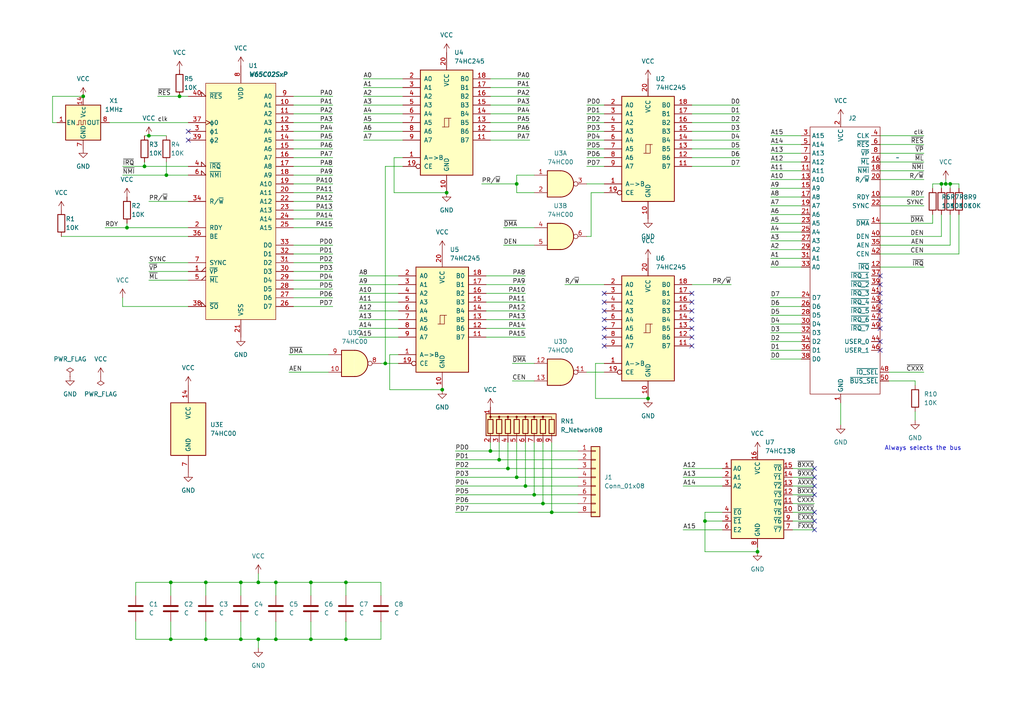
<source format=kicad_sch>
(kicad_sch (version 20230121) (generator eeschema)
  (paper "A4")
  (lib_symbols
    (symbol "65xx:W65C02SxP" (pin_names (offset 1.016))
      (property "Reference" "U" (at -10.16 35.56 0))
      (property "Value" "W65C02SxP" (at 0 0 90))
      (symbol "W65C02SxP_1_1"
        (pin output output_low (at -15.24 -20.32 0) (length 5.08) (name "~{VP}") (number "1"))
        (pin tri_state line (at 15.24 27.94 180) (length 5.08) (name "A1") (number "10"))
        (pin tri_state line (at 15.24 25.4 180) (length 5.08) (name "A2") (number "11"))
        (pin tri_state line (at 15.24 22.86 180) (length 5.08) (name "A3") (number "12"))
        (pin tri_state line (at 15.24 20.32 180) (length 5.08) (name "A4") (number "13"))
        (pin tri_state line (at 15.24 17.78 180) (length 5.08) (name "A5") (number "14"))
        (pin tri_state line (at 15.24 15.24 180) (length 5.08) (name "A6") (number "15"))
        (pin tri_state line (at 15.24 12.7 180) (length 5.08) (name "A7") (number "16"))
        (pin tri_state line (at 15.24 10.16 180) (length 5.08) (name "A8") (number "17"))
        (pin tri_state line (at 15.24 7.62 180) (length 5.08) (name "A9") (number "18"))
        (pin tri_state line (at 15.24 5.08 180) (length 5.08) (name "A10") (number "19"))
        (pin open_collector line (at -15.24 -7.62 0) (length 5.08) (name "RDY") (number "2"))
        (pin tri_state line (at 15.24 2.54 180) (length 5.08) (name "A11") (number "20"))
        (pin power_in line (at 0 -39.37 90) (length 5.08) (name "VSS") (number "21"))
        (pin tri_state line (at 15.24 0 180) (length 5.08) (name "A12") (number "22"))
        (pin tri_state line (at 15.24 -2.54 180) (length 5.08) (name "A13") (number "23"))
        (pin tri_state line (at 15.24 -5.08 180) (length 5.08) (name "A14") (number "24"))
        (pin tri_state line (at 15.24 -7.62 180) (length 5.08) (name "A15") (number "25"))
        (pin bidirectional line (at 15.24 -30.48 180) (length 5.08) (name "D7") (number "26"))
        (pin bidirectional line (at 15.24 -27.94 180) (length 5.08) (name "D6") (number "27"))
        (pin bidirectional line (at 15.24 -25.4 180) (length 5.08) (name "D5") (number "28"))
        (pin bidirectional line (at 15.24 -22.86 180) (length 5.08) (name "D4") (number "29"))
        (pin output line (at -15.24 20.32 0) (length 5.08) (name "ϕ1") (number "3"))
        (pin bidirectional line (at 15.24 -20.32 180) (length 5.08) (name "D3") (number "30"))
        (pin bidirectional line (at 15.24 -17.78 180) (length 5.08) (name "D2") (number "31"))
        (pin bidirectional line (at 15.24 -15.24 180) (length 5.08) (name "D1") (number "32"))
        (pin bidirectional line (at 15.24 -12.7 180) (length 5.08) (name "D0") (number "33"))
        (pin tri_state line (at -15.24 0 0) (length 5.08) (name "R/~{W}") (number "34"))
        (pin no_connect non_logic (at -10.16 -27.94 0) (length 2.54) hide (name "nc") (number "35"))
        (pin input line (at -15.24 -10.16 0) (length 5.08) (name "BE") (number "36"))
        (pin input clock (at -15.24 22.86 0) (length 5.08) (name "ϕ0") (number "37"))
        (pin input input_low (at -15.24 -30.48 0) (length 5.08) (name "~{SO}") (number "38"))
        (pin output line (at -15.24 17.78 0) (length 5.08) (name "ϕ2") (number "39"))
        (pin input input_low (at -15.24 10.16 0) (length 5.08) (name "~{IRQ}") (number "4"))
        (pin input input_low (at -15.24 30.48 0) (length 5.08) (name "~{RES}") (number "40"))
        (pin output output_low (at -15.24 -22.86 0) (length 5.08) (name "~{ML}") (number "5"))
        (pin input input_low (at -15.24 7.62 0) (length 5.08) (name "~{NMI}") (number "6"))
        (pin output line (at -15.24 -17.78 0) (length 5.08) (name "SYNC") (number "7"))
        (pin power_in line (at 0 39.37 270) (length 5.08) (name "VDD") (number "8"))
        (pin tri_state line (at 15.24 30.48 180) (length 5.08) (name "A0") (number "9"))
      )
    )
    (symbol "74xx:74HC00" (pin_names (offset 1.016))
      (property "Reference" "U" (at 0 1.27 0))
      (property "Value" "74HC00" (at 0 -1.27 0))
      (symbol "74HC00_1_1"
        (pin input line (at -7.62 2.54 0) (length 3.81) (name "~") (number "1"))
        (pin input line (at -7.62 -2.54 0) (length 3.81) (name "~") (number "2"))
        (pin output inverted (at 7.62 0 180) (length 3.81) (name "~") (number "3"))
      )
      (symbol "74HC00_1_2"
        (pin input inverted (at -7.62 2.54 0) (length 4.318) (name "~") (number "1"))
        (pin input inverted (at -7.62 -2.54 0) (length 4.318) (name "~") (number "2"))
        (pin output line (at 7.62 0 180) (length 3.81) (name "~") (number "3"))
      )
      (symbol "74HC00_2_1"
        (pin input line (at -7.62 2.54 0) (length 3.81) (name "~") (number "4"))
        (pin input line (at -7.62 -2.54 0) (length 3.81) (name "~") (number "5"))
        (pin output inverted (at 7.62 0 180) (length 3.81) (name "~") (number "6"))
      )
      (symbol "74HC00_2_2"
        (pin input inverted (at -7.62 2.54 0) (length 4.318) (name "~") (number "4"))
        (pin input inverted (at -7.62 -2.54 0) (length 4.318) (name "~") (number "5"))
        (pin output line (at 7.62 0 180) (length 3.81) (name "~") (number "6"))
      )
      (symbol "74HC00_3_1"
        (pin input line (at -7.62 -2.54 0) (length 3.81) (name "~") (number "10"))
        (pin output inverted (at 7.62 0 180) (length 3.81) (name "~") (number "8"))
        (pin input line (at -7.62 2.54 0) (length 3.81) (name "~") (number "9"))
      )
      (symbol "74HC00_3_2"
        (pin input inverted (at -7.62 -2.54 0) (length 4.318) (name "~") (number "10"))
        (pin output line (at 7.62 0 180) (length 3.81) (name "~") (number "8"))
        (pin input inverted (at -7.62 2.54 0) (length 4.318) (name "~") (number "9"))
      )
      (symbol "74HC00_4_1"
        (pin output inverted (at 7.62 0 180) (length 3.81) (name "~") (number "11"))
        (pin input line (at -7.62 2.54 0) (length 3.81) (name "~") (number "12"))
        (pin input line (at -7.62 -2.54 0) (length 3.81) (name "~") (number "13"))
      )
      (symbol "74HC00_4_2"
        (pin output line (at 7.62 0 180) (length 3.81) (name "~") (number "11"))
        (pin input inverted (at -7.62 2.54 0) (length 4.318) (name "~") (number "12"))
        (pin input inverted (at -7.62 -2.54 0) (length 4.318) (name "~") (number "13"))
      )
      (symbol "74HC00_5_0"
        (pin power_in line (at 0 12.7 270) (length 5.08) (name "VCC") (number "14"))
        (pin power_in line (at 0 -12.7 90) (length 5.08) (name "GND") (number "7"))
      )
    )
    (symbol "74xx:74HC138"
      (property "Reference" "U" (at -7.62 13.97 0))
      (property "Value" "74HC138" (at 2.54 -11.43 0))
      (symbol "74HC138_1_1"
        (pin input line (at -10.16 10.16 0) (length 2.54) (name "A0") (number "1"))
        (pin output line (at 10.16 -2.54 180) (length 2.54) (name "~{Y5}") (number "10"))
        (pin output line (at 10.16 0 180) (length 2.54) (name "~{Y4}") (number "11"))
        (pin output line (at 10.16 2.54 180) (length 2.54) (name "~{Y3}") (number "12"))
        (pin output line (at 10.16 5.08 180) (length 2.54) (name "~{Y2}") (number "13"))
        (pin output line (at 10.16 7.62 180) (length 2.54) (name "~{Y1}") (number "14"))
        (pin output line (at 10.16 10.16 180) (length 2.54) (name "~{Y0}") (number "15"))
        (pin power_in line (at 0 15.24 270) (length 2.54) (name "VCC") (number "16"))
        (pin input line (at -10.16 7.62 0) (length 2.54) (name "A1") (number "2"))
        (pin input line (at -10.16 5.08 0) (length 2.54) (name "A2") (number "3"))
        (pin input line (at -10.16 -2.54 0) (length 2.54) (name "~{E0}") (number "4"))
        (pin input line (at -10.16 -5.08 0) (length 2.54) (name "~{E1}") (number "5"))
        (pin input line (at -10.16 -7.62 0) (length 2.54) (name "E2") (number "6"))
        (pin output line (at 10.16 -7.62 180) (length 2.54) (name "~{Y7}") (number "7"))
        (pin power_in line (at 0 -12.7 90) (length 2.54) (name "GND") (number "8"))
        (pin output line (at 10.16 -5.08 180) (length 2.54) (name "~{Y6}") (number "9"))
      )
    )
    (symbol "74xx:74HC245" (pin_names (offset 1.016))
      (property "Reference" "U" (at -7.62 16.51 0))
      (property "Value" "74HC245" (at -7.62 -16.51 0))
      (symbol "74HC245_1_0"
        (pin input line (at -12.7 -10.16 0) (length 5.08) (name "A->B") (number "1"))
        (pin power_in line (at 0 -20.32 90) (length 5.08) (name "GND") (number "10"))
        (pin tri_state line (at 12.7 -5.08 180) (length 5.08) (name "B7") (number "11"))
        (pin tri_state line (at 12.7 -2.54 180) (length 5.08) (name "B6") (number "12"))
        (pin tri_state line (at 12.7 0 180) (length 5.08) (name "B5") (number "13"))
        (pin tri_state line (at 12.7 2.54 180) (length 5.08) (name "B4") (number "14"))
        (pin tri_state line (at 12.7 5.08 180) (length 5.08) (name "B3") (number "15"))
        (pin tri_state line (at 12.7 7.62 180) (length 5.08) (name "B2") (number "16"))
        (pin tri_state line (at 12.7 10.16 180) (length 5.08) (name "B1") (number "17"))
        (pin tri_state line (at 12.7 12.7 180) (length 5.08) (name "B0") (number "18"))
        (pin input inverted (at -12.7 -12.7 0) (length 5.08) (name "CE") (number "19"))
        (pin tri_state line (at -12.7 12.7 0) (length 5.08) (name "A0") (number "2"))
        (pin power_in line (at 0 20.32 270) (length 5.08) (name "VCC") (number "20"))
        (pin tri_state line (at -12.7 10.16 0) (length 5.08) (name "A1") (number "3"))
        (pin tri_state line (at -12.7 7.62 0) (length 5.08) (name "A2") (number "4"))
        (pin tri_state line (at -12.7 5.08 0) (length 5.08) (name "A3") (number "5"))
        (pin tri_state line (at -12.7 2.54 0) (length 5.08) (name "A4") (number "6"))
        (pin tri_state line (at -12.7 0 0) (length 5.08) (name "A5") (number "7"))
        (pin tri_state line (at -12.7 -2.54 0) (length 5.08) (name "A6") (number "8"))
        (pin tri_state line (at -12.7 -5.08 0) (length 5.08) (name "A7") (number "9"))
      )
    )
    (symbol "Connector_Generic:Conn_01x08" (pin_names (offset 1.016) hide)
      (property "Reference" "J" (at 0 10.16 0))
      (property "Value" "Conn_01x08" (at 0 -12.7 0))
      (symbol "Conn_01x08_1_1"
        (pin passive line (at -5.08 7.62 0) (length 3.81) (name "Pin_1") (number "1"))
        (pin passive line (at -5.08 5.08 0) (length 3.81) (name "Pin_2") (number "2"))
        (pin passive line (at -5.08 2.54 0) (length 3.81) (name "Pin_3") (number "3"))
        (pin passive line (at -5.08 0 0) (length 3.81) (name "Pin_4") (number "4"))
        (pin passive line (at -5.08 -2.54 0) (length 3.81) (name "Pin_5") (number "5"))
        (pin passive line (at -5.08 -5.08 0) (length 3.81) (name "Pin_6") (number "6"))
        (pin passive line (at -5.08 -7.62 0) (length 3.81) (name "Pin_7") (number "7"))
        (pin passive line (at -5.08 -10.16 0) (length 3.81) (name "Pin_8") (number "8"))
      )
    )
    (symbol "Device:C" (pin_numbers hide) (pin_names (offset 0.254))
      (property "Reference" "C" (at 0.635 2.54 0))
      (property "Value" "C" (at 0.635 -2.54 0))
      (symbol "C_1_1"
        (pin passive line (at 0 3.81 270) (length 2.794) (name "~") (number "1"))
        (pin passive line (at 0 -3.81 90) (length 2.794) (name "~") (number "2"))
      )
    )
    (symbol "Device:R" (pin_numbers hide) (pin_names (offset 0))
      (property "Reference" "R" (at 2.032 0 90))
      (property "Value" "R" (at 0 0 90))
      (symbol "R_1_1"
        (pin passive line (at 0 3.81 270) (length 1.27) (name "~") (number "1"))
        (pin passive line (at 0 -3.81 90) (length 1.27) (name "~") (number "2"))
      )
    )
    (symbol "Device:R_Network08" (pin_names (offset 0) hide)
      (property "Reference" "RN" (at -12.7 0 90))
      (property "Value" "R_Network08" (at 10.16 0 90))
      (symbol "R_Network08_1_1"
        (pin passive line (at -10.16 5.08 270) (length 2.54) (name "common") (number "1"))
        (pin passive line (at -10.16 -5.08 90) (length 1.27) (name "R1") (number "2"))
        (pin passive line (at -7.62 -5.08 90) (length 1.27) (name "R2") (number "3"))
        (pin passive line (at -5.08 -5.08 90) (length 1.27) (name "R3") (number "4"))
        (pin passive line (at -2.54 -5.08 90) (length 1.27) (name "R4") (number "5"))
        (pin passive line (at 0 -5.08 90) (length 1.27) (name "R5") (number "6"))
        (pin passive line (at 2.54 -5.08 90) (length 1.27) (name "R6") (number "7"))
        (pin passive line (at 5.08 -5.08 90) (length 1.27) (name "R7") (number "8"))
        (pin passive line (at 7.62 -5.08 90) (length 1.27) (name "R8") (number "9"))
      )
    )
    (symbol "Oscillator:CXO_DIP14" (pin_names (offset 0.254))
      (property "Reference" "X" (at -5.08 6.35 0))
      (property "Value" "CXO_DIP14" (at 1.27 -6.35 0))
      (symbol "CXO_DIP14_1_1"
        (pin input line (at -7.62 0 0) (length 2.54) (name "EN") (number "1"))
        (pin power_in line (at 0 7.62 270) (length 2.54) (name "Vcc") (number "14"))
        (pin power_in line (at 0 -7.62 90) (length 2.54) (name "GND") (number "7"))
        (pin output line (at 7.62 0 180) (length 2.54) (name "OUT") (number "8"))
      )
    )
    (symbol "fp65:fp65_backplane"
      (property "Reference" "J" (at 2.54 35.56 0))
      (symbol "fp65_backplane_1_0"
        (pin input line (at 0 -46.99 90) (length 2.54) (name "GND") (number "1"))
        (pin input line (at 11.43 12.7 180) (length 2.54) (name "RDY") (number "10"))
        (pin input line (at -11.43 20.32 0) (length 2.54) (name "A11") (number "11"))
        (pin input line (at 11.43 -7.62 180) (length 2.54) (name "~{IRQ}") (number "12"))
        (pin input line (at -11.43 17.78 0) (length 2.54) (name "A10") (number "13"))
        (pin open_collector line (at 11.43 5.08 180) (length 2.54) (name "~{DMA}") (number "14"))
        (pin input line (at -11.43 15.24 0) (length 2.54) (name "A9") (number "15"))
        (pin input line (at 11.43 22.86 180) (length 2.54) (name "~{ML}") (number "16"))
        (pin input line (at -11.43 12.7 0) (length 2.54) (name "A8") (number "17"))
        (pin input line (at 11.43 20.32 180) (length 2.54) (name "~{NMI}") (number "18"))
        (pin input line (at -11.43 10.16 0) (length 2.54) (name "A7") (number "19"))
        (pin input line (at 0 35.56 270) (length 2.54) (name "VCC") (number "2"))
        (pin input line (at 11.43 17.78 180) (length 2.54) (name "R/~{W}") (number "20"))
        (pin input line (at -11.43 7.62 0) (length 2.54) (name "A6") (number "21"))
        (pin input line (at 11.43 10.16 180) (length 2.54) (name "SYNC") (number "22"))
        (pin input line (at -11.43 5.08 0) (length 2.54) (name "A5") (number "23"))
        (pin input line (at -11.43 -16.51 0) (length 2.54) (name "D7") (number "24"))
        (pin input line (at -11.43 2.54 0) (length 2.54) (name "A4") (number "25"))
        (pin input line (at -11.43 -19.05 0) (length 2.54) (name "D6") (number "26"))
        (pin input line (at -11.43 0 0) (length 2.54) (name "A3") (number "27"))
        (pin input line (at -11.43 -21.59 0) (length 2.54) (name "D5") (number "28"))
        (pin input line (at -11.43 -2.54 0) (length 2.54) (name "A2") (number "29"))
        (pin input line (at -11.43 -24.13 0) (length 2.54) (name "D4") (number "30"))
        (pin input line (at -11.43 -5.08 0) (length 2.54) (name "A1") (number "31"))
        (pin input line (at -11.43 -26.67 0) (length 2.54) (name "D3") (number "32"))
        (pin input line (at -11.43 -7.62 0) (length 2.54) (name "A0") (number "33"))
        (pin input line (at -11.43 -29.21 0) (length 2.54) (name "D2") (number "34"))
        (pin open_collector line (at 11.43 -1.27 180) (length 2.54) (name "AEN") (number "35"))
        (pin input line (at -11.43 -31.75 0) (length 2.54) (name "D1") (number "36"))
        (pin input line (at 11.43 -10.16 180) (length 2.54) (name "~{IRQ_1}") (number "37"))
        (pin input line (at -11.43 -34.29 0) (length 2.54) (name "D0") (number "38"))
        (pin input line (at 11.43 -12.7 180) (length 2.54) (name "~{IRQ_2}") (number "39"))
        (pin input line (at 11.43 30.48 180) (length 2.54) (name "CLK") (number "4"))
        (pin open_collector line (at 11.43 1.27 180) (length 2.54) (name "DEN") (number "40"))
        (pin input line (at 11.43 -15.24 180) (length 2.54) (name "~{IRQ_3}") (number "41"))
        (pin open_collector line (at 11.43 -3.81 180) (length 2.54) (name "CEN") (number "42"))
        (pin input line (at 11.43 -17.78 180) (length 2.54) (name "~{IRQ_4}") (number "43"))
        (pin input line (at 11.43 -29.21 180) (length 2.54) (name "USER_0") (number "44"))
        (pin input line (at 11.43 -20.32 180) (length 2.54) (name "~{IRQ_5}") (number "45"))
        (pin input line (at 11.43 -31.75 180) (length 2.54) (name "USER_1") (number "46"))
        (pin input line (at 11.43 -22.86 180) (length 2.54) (name "~{IRQ_6}") (number "47"))
        (pin input line (at 13.97 -38.1 180) (length 2.54) (name "~{IO_SEL}") (number "48"))
        (pin input line (at 11.43 -25.4 180) (length 2.54) (name "~{IRQ_7}") (number "49"))
        (pin input line (at -11.43 27.94 0) (length 2.54) (name "A14") (number "5"))
        (pin input line (at 13.97 -40.64 180) (length 2.54) (name "~{BUS_SEL}") (number "50"))
        (pin input line (at 11.43 27.94 180) (length 2.54) (name "~{RES}") (number "6"))
        (pin input line (at -11.43 25.4 0) (length 2.54) (name "A13") (number "7"))
        (pin input line (at 11.43 25.4 180) (length 2.54) (name "~{VP}") (number "8"))
        (pin input line (at -11.43 22.86 0) (length 2.54) (name "A12") (number "9"))
      )
      (symbol "fp65_backplane_1_1"
        (pin input line (at -11.43 30.48 0) (length 2.54) (name "A15") (number "3"))
      )
    )
    (symbol "power:GND" (power) (pin_names (offset 0))
      (property "Value" "GND" (at 0 -3.81 0))
      (symbol "GND_1_1"
        (pin power_in line (at 0 0 270) (length 0) hide (name "GND") (number "1"))
      )
    )
    (symbol "power:PWR_FLAG" (power) (pin_numbers hide) (pin_names (offset 0) hide)
      (property "Value" "PWR_FLAG" (at 0 3.81 0))
      (symbol "PWR_FLAG_0_0"
        (pin power_out line (at 0 0 90) (length 0) (name "pwr") (number "1"))
      )
    )
    (symbol "power:VCC" (power) (pin_names (offset 0))
      (property "Value" "VCC" (at 0 3.81 0))
      (symbol "VCC_1_1"
        (pin power_in line (at 0 0 90) (length 0) hide (name "VCC") (number "1"))
      )
    )
  )
  (junction (at 154.94 143.51))
  (junction (at 100.33 185.42))
  (junction (at 142.24 130.81))
  (junction (at 90.17 185.42))
  (junction (at 59.69 168.91))
  (junction (at 36.83 66.04))
  (junction (at 204.47 151.13))
  (junction (at 43.18 39.37))
  (junction (at 48.26 50.8))
  (junction (at 275.59 53.34))
  (junction (at 273.05 53.34))
  (junction (at 59.69 185.42))
  (junction (at 160.02 148.59))
  (junction (at 129.54 55.88))
  (junction (at 90.17 168.91))
  (junction (at 152.4 140.97))
  (junction (at 144.78 133.35))
  (junction (at 49.53 185.42))
  (junction (at 74.93 185.42))
  (junction (at 157.48 146.05))
  (junction (at 219.71 160.02))
  (junction (at 52.07 27.94))
  (junction (at 69.85 168.91))
  (junction (at 80.01 185.42))
  (junction (at 111.76 105.41))
  (junction (at 149.86 138.43))
  (junction (at 149.86 53.34))
  (junction (at 24.13 27.94))
  (junction (at 274.32 53.34))
  (junction (at 69.85 185.42))
  (junction (at 80.01 168.91))
  (junction (at 49.53 168.91))
  (junction (at 187.96 115.57))
  (junction (at 147.32 135.89))
  (junction (at 74.93 168.91))
  (junction (at 41.91 48.26))
  (junction (at 100.33 168.91))
  (junction (at 128.27 113.03))
  (no_connect (at 175.26 95.25))
  (no_connect (at 200.66 92.71))
  (no_connect (at 255.27 80.01))
  (no_connect (at 200.66 85.09))
  (no_connect (at 200.66 87.63))
  (no_connect (at 236.22 140.97))
  (no_connect (at 255.27 87.63))
  (no_connect (at 200.66 95.25))
  (no_connect (at 255.27 85.09))
  (no_connect (at 255.27 101.6))
  (no_connect (at 175.26 97.79))
  (no_connect (at 255.27 82.55))
  (no_connect (at 200.66 97.79))
  (no_connect (at 175.26 92.71))
  (no_connect (at 255.27 90.17))
  (no_connect (at 255.27 99.06))
  (no_connect (at 255.27 92.71))
  (no_connect (at 236.22 135.89))
  (no_connect (at 255.27 95.25))
  (no_connect (at 54.61 38.1))
  (no_connect (at 236.22 153.67))
  (no_connect (at 200.66 90.17))
  (no_connect (at 175.26 90.17))
  (no_connect (at 175.26 100.33))
  (no_connect (at 54.61 40.64))
  (no_connect (at 200.66 100.33))
  (no_connect (at 236.22 148.59))
  (no_connect (at 236.22 138.43))
  (no_connect (at 175.26 87.63))
  (no_connect (at 175.26 85.09))
  (no_connect (at 236.22 143.51))
  (no_connect (at 236.22 151.13))
  (wire (pts (xy 270.51 53.34) (xy 273.05 53.34)))
  (wire (pts (xy 115.57 102.87) (xy 113.03 102.87)))
  (wire (pts (xy 270.51 62.23) (xy 270.51 64.77)))
  (wire (pts (xy 45.72 27.94) (xy 52.07 27.94)))
  (wire (pts (xy 39.37 185.42) (xy 49.53 185.42)))
  (wire (pts (xy 43.18 58.42) (xy 54.61 58.42)))
  (wire (pts (xy 104.14 85.09) (xy 115.57 85.09)))
  (wire (pts (xy 219.71 160.02) (xy 219.71 158.75)))
  (wire (pts (xy 265.43 121.92) (xy 265.43 119.38)))
  (wire (pts (xy 198.12 153.67) (xy 209.55 153.67)))
  (wire (pts (xy 278.13 62.23) (xy 278.13 73.66)))
  (wire (pts (xy 96.52 63.5) (xy 85.09 63.5)))
  (wire (pts (xy 96.52 88.9) (xy 85.09 88.9)))
  (wire (pts (xy 96.52 58.42) (xy 85.09 58.42)))
  (wire (pts (xy 59.69 185.42) (xy 69.85 185.42)))
  (wire (pts (xy 43.18 81.28) (xy 54.61 81.28)))
  (wire (pts (xy 255.27 71.12) (xy 275.59 71.12)))
  (wire (pts (xy 154.94 143.51) (xy 167.64 143.51)))
  (wire (pts (xy 96.52 43.18) (xy 85.09 43.18)))
  (wire (pts (xy 105.41 40.64) (xy 116.84 40.64)))
  (wire (pts (xy 270.51 54.61) (xy 270.51 53.34)))
  (wire (pts (xy 187.96 115.57) (xy 172.72 115.57)))
  (wire (pts (xy 69.85 185.42) (xy 69.85 180.34)))
  (wire (pts (xy 257.81 107.95) (xy 267.97 107.95)))
  (wire (pts (xy 223.52 41.91) (xy 232.41 41.91)))
  (wire (pts (xy 110.49 168.91) (xy 110.49 172.72)))
  (wire (pts (xy 275.59 53.34) (xy 278.13 53.34)))
  (wire (pts (xy 111.76 48.26) (xy 111.76 105.41)))
  (wire (pts (xy 255.27 64.77) (xy 270.51 64.77)))
  (wire (pts (xy 100.33 168.91) (xy 110.49 168.91)))
  (wire (pts (xy 204.47 160.02) (xy 219.71 160.02)))
  (wire (pts (xy 80.01 185.42) (xy 80.01 180.34)))
  (wire (pts (xy 41.91 39.37) (xy 43.18 39.37)))
  (wire (pts (xy 110.49 185.42) (xy 110.49 180.34)))
  (wire (pts (xy 43.18 76.2) (xy 54.61 76.2)))
  (wire (pts (xy 200.66 30.48) (xy 214.63 30.48)))
  (wire (pts (xy 170.18 33.02) (xy 175.26 33.02)))
  (wire (pts (xy 171.45 68.58) (xy 170.18 68.58)))
  (wire (pts (xy 39.37 172.72) (xy 39.37 168.91)))
  (wire (pts (xy 104.14 82.55) (xy 115.57 82.55)))
  (wire (pts (xy 74.93 187.96) (xy 74.93 185.42)))
  (wire (pts (xy 132.08 133.35) (xy 144.78 133.35)))
  (wire (pts (xy 96.52 33.02) (xy 85.09 33.02)))
  (wire (pts (xy 170.18 48.26) (xy 175.26 48.26)))
  (wire (pts (xy 49.53 168.91) (xy 49.53 172.72)))
  (wire (pts (xy 255.27 73.66) (xy 278.13 73.66)))
  (wire (pts (xy 223.52 88.9) (xy 232.41 88.9)))
  (wire (pts (xy 255.27 39.37) (xy 267.97 39.37)))
  (wire (pts (xy 200.66 82.55) (xy 212.09 82.55)))
  (wire (pts (xy 200.66 38.1) (xy 214.63 38.1)))
  (wire (pts (xy 236.22 148.59) (xy 229.87 148.59)))
  (wire (pts (xy 49.53 168.91) (xy 59.69 168.91)))
  (wire (pts (xy 69.85 185.42) (xy 74.93 185.42)))
  (wire (pts (xy 80.01 185.42) (xy 90.17 185.42)))
  (wire (pts (xy 223.52 59.69) (xy 232.41 59.69)))
  (wire (pts (xy 153.67 40.64) (xy 142.24 40.64)))
  (wire (pts (xy 96.52 83.82) (xy 85.09 83.82)))
  (wire (pts (xy 96.52 73.66) (xy 85.09 73.66)))
  (wire (pts (xy 152.4 87.63) (xy 140.97 87.63)))
  (wire (pts (xy 255.27 44.45) (xy 267.97 44.45)))
  (wire (pts (xy 149.86 128.27) (xy 149.86 138.43)))
  (wire (pts (xy 229.87 135.89) (xy 236.22 135.89)))
  (wire (pts (xy 170.18 40.64) (xy 175.26 40.64)))
  (wire (pts (xy 149.86 138.43) (xy 167.64 138.43)))
  (wire (pts (xy 223.52 57.15) (xy 232.41 57.15)))
  (wire (pts (xy 43.18 39.37) (xy 48.26 39.37)))
  (wire (pts (xy 273.05 53.34) (xy 273.05 54.61)))
  (wire (pts (xy 35.56 48.26) (xy 41.91 48.26)))
  (wire (pts (xy 170.18 38.1) (xy 175.26 38.1)))
  (wire (pts (xy 110.49 105.41) (xy 111.76 105.41)))
  (wire (pts (xy 96.52 40.64) (xy 85.09 40.64)))
  (wire (pts (xy 15.24 27.94) (xy 24.13 27.94)))
  (wire (pts (xy 105.41 22.86) (xy 116.84 22.86)))
  (wire (pts (xy 96.52 35.56) (xy 85.09 35.56)))
  (wire (pts (xy 223.52 69.85) (xy 232.41 69.85)))
  (wire (pts (xy 96.52 55.88) (xy 85.09 55.88)))
  (wire (pts (xy 171.45 55.88) (xy 171.45 68.58)))
  (wire (pts (xy 275.59 53.34) (xy 275.59 54.61)))
  (wire (pts (xy 236.22 153.67) (xy 229.87 153.67)))
  (wire (pts (xy 149.86 55.88) (xy 154.94 55.88)))
  (wire (pts (xy 223.52 67.31) (xy 232.41 67.31)))
  (wire (pts (xy 273.05 53.34) (xy 274.32 53.34)))
  (wire (pts (xy 223.52 101.6) (xy 232.41 101.6)))
  (wire (pts (xy 172.72 105.41) (xy 175.26 105.41)))
  (wire (pts (xy 49.53 185.42) (xy 59.69 185.42)))
  (wire (pts (xy 198.12 138.43) (xy 209.55 138.43)))
  (wire (pts (xy 152.4 92.71) (xy 140.97 92.71)))
  (wire (pts (xy 223.52 91.44) (xy 232.41 91.44)))
  (wire (pts (xy 96.52 30.48) (xy 85.09 30.48)))
  (wire (pts (xy 200.66 43.18) (xy 214.63 43.18)))
  (wire (pts (xy 170.18 107.95) (xy 175.26 107.95)))
  (wire (pts (xy 96.52 60.96) (xy 85.09 60.96)))
  (wire (pts (xy 100.33 168.91) (xy 100.33 172.72)))
  (wire (pts (xy 149.86 50.8) (xy 149.86 53.34)))
  (wire (pts (xy 152.4 95.25) (xy 140.97 95.25)))
  (wire (pts (xy 132.08 130.81) (xy 142.24 130.81)))
  (wire (pts (xy 36.83 64.77) (xy 36.83 66.04)))
  (wire (pts (xy 36.83 66.04) (xy 54.61 66.04)))
  (wire (pts (xy 96.52 38.1) (xy 85.09 38.1)))
  (wire (pts (xy 153.67 30.48) (xy 142.24 30.48)))
  (wire (pts (xy 96.52 76.2) (xy 85.09 76.2)))
  (wire (pts (xy 105.41 25.4) (xy 116.84 25.4)))
  (wire (pts (xy 204.47 151.13) (xy 204.47 160.02)))
  (wire (pts (xy 96.52 81.28) (xy 85.09 81.28)))
  (wire (pts (xy 69.85 168.91) (xy 69.85 172.72)))
  (wire (pts (xy 157.48 128.27) (xy 157.48 146.05)))
  (wire (pts (xy 160.02 128.27) (xy 160.02 148.59)))
  (wire (pts (xy 255.27 57.15) (xy 267.97 57.15)))
  (wire (pts (xy 204.47 151.13) (xy 209.55 151.13)))
  (wire (pts (xy 114.3 45.72) (xy 114.3 55.88)))
  (wire (pts (xy 59.69 185.42) (xy 59.69 180.34)))
  (wire (pts (xy 39.37 168.91) (xy 49.53 168.91)))
  (wire (pts (xy 209.55 148.59) (xy 204.47 148.59)))
  (wire (pts (xy 170.18 53.34) (xy 175.26 53.34)))
  (wire (pts (xy 200.66 33.02) (xy 214.63 33.02)))
  (wire (pts (xy 80.01 168.91) (xy 90.17 168.91)))
  (wire (pts (xy 104.14 95.25) (xy 115.57 95.25)))
  (wire (pts (xy 100.33 185.42) (xy 100.33 180.34)))
  (wire (pts (xy 96.52 78.74) (xy 85.09 78.74)))
  (wire (pts (xy 160.02 148.59) (xy 167.64 148.59)))
  (wire (pts (xy 31.75 35.56) (xy 54.61 35.56)))
  (wire (pts (xy 236.22 143.51) (xy 229.87 143.51)))
  (wire (pts (xy 69.85 168.91) (xy 74.93 168.91)))
  (wire (pts (xy 223.52 74.93) (xy 232.41 74.93)))
  (wire (pts (xy 223.52 96.52) (xy 232.41 96.52)))
  (wire (pts (xy 223.52 77.47) (xy 232.41 77.47)))
  (wire (pts (xy 198.12 140.97) (xy 209.55 140.97)))
  (wire (pts (xy 223.52 93.98) (xy 232.41 93.98)))
  (wire (pts (xy 90.17 185.42) (xy 90.17 180.34)))
  (wire (pts (xy 48.26 50.8) (xy 54.61 50.8)))
  (wire (pts (xy 48.26 46.99) (xy 48.26 50.8)))
  (wire (pts (xy 146.05 71.12) (xy 154.94 71.12)))
  (wire (pts (xy 255.27 41.91) (xy 267.97 41.91)))
  (wire (pts (xy 96.52 86.36) (xy 85.09 86.36)))
  (wire (pts (xy 41.91 46.99) (xy 41.91 48.26)))
  (wire (pts (xy 96.52 50.8) (xy 85.09 50.8)))
  (wire (pts (xy 198.12 135.89) (xy 209.55 135.89)))
  (wire (pts (xy 255.27 59.69) (xy 267.97 59.69)))
  (wire (pts (xy 223.52 52.07) (xy 232.41 52.07)))
  (wire (pts (xy 16.51 35.56) (xy 15.24 35.56)))
  (wire (pts (xy 132.08 138.43) (xy 149.86 138.43)))
  (wire (pts (xy 148.59 110.49) (xy 154.94 110.49)))
  (wire (pts (xy 223.52 104.14) (xy 232.41 104.14)))
  (wire (pts (xy 54.61 88.9) (xy 35.56 88.9)))
  (wire (pts (xy 157.48 146.05) (xy 167.64 146.05)))
  (wire (pts (xy 144.78 133.35) (xy 167.64 133.35)))
  (wire (pts (xy 152.4 82.55) (xy 140.97 82.55)))
  (wire (pts (xy 153.67 22.86) (xy 142.24 22.86)))
  (wire (pts (xy 35.56 86.36) (xy 35.56 88.9)))
  (wire (pts (xy 96.52 45.72) (xy 85.09 45.72)))
  (wire (pts (xy 96.52 53.34) (xy 85.09 53.34)))
  (wire (pts (xy 170.18 45.72) (xy 175.26 45.72)))
  (wire (pts (xy 153.67 25.4) (xy 142.24 25.4)))
  (wire (pts (xy 278.13 53.34) (xy 278.13 54.61)))
  (wire (pts (xy 52.07 27.94) (xy 54.61 27.94)))
  (wire (pts (xy 80.01 168.91) (xy 80.01 172.72)))
  (wire (pts (xy 200.66 40.64) (xy 214.63 40.64)))
  (wire (pts (xy 255.27 68.58) (xy 273.05 68.58)))
  (wire (pts (xy 153.67 27.94) (xy 142.24 27.94)))
  (wire (pts (xy 223.52 62.23) (xy 232.41 62.23)))
  (wire (pts (xy 175.26 55.88) (xy 171.45 55.88)))
  (wire (pts (xy 152.4 128.27) (xy 152.4 140.97)))
  (wire (pts (xy 172.72 115.57) (xy 172.72 105.41)))
  (wire (pts (xy 74.93 168.91) (xy 80.01 168.91)))
  (wire (pts (xy 113.03 113.03) (xy 128.27 113.03)))
  (wire (pts (xy 153.67 33.02) (xy 142.24 33.02)))
  (wire (pts (xy 223.52 39.37) (xy 232.41 39.37)))
  (wire (pts (xy 147.32 135.89) (xy 167.64 135.89)))
  (wire (pts (xy 74.93 185.42) (xy 80.01 185.42)))
  (wire (pts (xy 152.4 80.01) (xy 140.97 80.01)))
  (wire (pts (xy 96.52 66.04) (xy 85.09 66.04)))
  (wire (pts (xy 100.33 185.42) (xy 110.49 185.42)))
  (wire (pts (xy 116.84 45.72) (xy 114.3 45.72)))
  (wire (pts (xy 163.83 82.55) (xy 175.26 82.55)))
  (wire (pts (xy 223.52 86.36) (xy 232.41 86.36)))
  (wire (pts (xy 142.24 130.81) (xy 167.64 130.81)))
  (wire (pts (xy 257.81 110.49) (xy 265.43 110.49)))
  (wire (pts (xy 275.59 62.23) (xy 275.59 71.12)))
  (wire (pts (xy 43.18 78.74) (xy 54.61 78.74)))
  (wire (pts (xy 146.05 66.04) (xy 154.94 66.04)))
  (wire (pts (xy 236.22 151.13) (xy 229.87 151.13)))
  (wire (pts (xy 104.14 87.63) (xy 115.57 87.63)))
  (wire (pts (xy 132.08 135.89) (xy 147.32 135.89)))
  (wire (pts (xy 132.08 146.05) (xy 157.48 146.05)))
  (wire (pts (xy 152.4 140.97) (xy 167.64 140.97)))
  (wire (pts (xy 15.24 35.56) (xy 15.24 27.94)))
  (wire (pts (xy 96.52 71.12) (xy 85.09 71.12)))
  (wire (pts (xy 83.82 107.95) (xy 95.25 107.95)))
  (wire (pts (xy 104.14 80.01) (xy 115.57 80.01)))
  (wire (pts (xy 273.05 62.23) (xy 273.05 68.58)))
  (wire (pts (xy 132.08 140.97) (xy 152.4 140.97)))
  (wire (pts (xy 170.18 30.48) (xy 175.26 30.48)))
  (wire (pts (xy 204.47 148.59) (xy 204.47 151.13)))
  (wire (pts (xy 236.22 146.05) (xy 229.87 146.05)))
  (wire (pts (xy 113.03 102.87) (xy 113.03 113.03)))
  (wire (pts (xy 255.27 49.53) (xy 267.97 49.53)))
  (wire (pts (xy 132.08 143.51) (xy 154.94 143.51)))
  (wire (pts (xy 59.69 168.91) (xy 59.69 172.72)))
  (wire (pts (xy 105.41 30.48) (xy 116.84 30.48)))
  (wire (pts (xy 90.17 185.42) (xy 100.33 185.42)))
  (wire (pts (xy 152.4 97.79) (xy 140.97 97.79)))
  (wire (pts (xy 147.32 128.27) (xy 147.32 135.89)))
  (wire (pts (xy 265.43 110.49) (xy 265.43 111.76)))
  (wire (pts (xy 243.84 116.84) (xy 243.84 123.19)))
  (wire (pts (xy 255.27 46.99) (xy 267.97 46.99)))
  (wire (pts (xy 223.52 64.77) (xy 232.41 64.77)))
  (wire (pts (xy 170.18 35.56) (xy 175.26 35.56)))
  (wire (pts (xy 154.94 50.8) (xy 149.86 50.8)))
  (wire (pts (xy 152.4 90.17) (xy 140.97 90.17)))
  (wire (pts (xy 30.48 66.04) (xy 36.83 66.04)))
  (wire (pts (xy 223.52 46.99) (xy 232.41 46.99)))
  (wire (pts (xy 223.52 49.53) (xy 232.41 49.53)))
  (wire (pts (xy 132.08 148.59) (xy 160.02 148.59)))
  (wire (pts (xy 153.67 38.1) (xy 142.24 38.1)))
  (wire (pts (xy 59.69 168.91) (xy 69.85 168.91)))
  (wire (pts (xy 104.14 92.71) (xy 115.57 92.71)))
  (wire (pts (xy 139.7 53.34) (xy 149.86 53.34)))
  (wire (pts (xy 142.24 128.27) (xy 142.24 130.81)))
  (wire (pts (xy 223.52 54.61) (xy 232.41 54.61)))
  (wire (pts (xy 153.67 35.56) (xy 142.24 35.56)))
  (wire (pts (xy 49.53 185.42) (xy 49.53 180.34)))
  (wire (pts (xy 154.94 128.27) (xy 154.94 143.51)))
  (wire (pts (xy 170.18 43.18) (xy 175.26 43.18)))
  (wire (pts (xy 104.14 97.79) (xy 115.57 97.79)))
  (wire (pts (xy 223.52 44.45) (xy 232.41 44.45)))
  (wire (pts (xy 90.17 168.91) (xy 90.17 172.72)))
  (wire (pts (xy 96.52 48.26) (xy 85.09 48.26)))
  (wire (pts (xy 105.41 27.94) (xy 116.84 27.94)))
  (wire (pts (xy 74.93 166.37) (xy 74.93 168.91)))
  (wire (pts (xy 236.22 140.97) (xy 229.87 140.97)))
  (wire (pts (xy 149.86 53.34) (xy 149.86 55.88)))
  (wire (pts (xy 114.3 55.88) (xy 129.54 55.88)))
  (wire (pts (xy 200.66 35.56) (xy 214.63 35.56)))
  (wire (pts (xy 200.66 48.26) (xy 214.63 48.26)))
  (wire (pts (xy 39.37 185.42) (xy 39.37 180.34)))
  (wire (pts (xy 223.52 72.39) (xy 232.41 72.39)))
  (wire (pts (xy 105.41 33.02) (xy 116.84 33.02)))
  (wire (pts (xy 105.41 38.1) (xy 116.84 38.1)))
  (wire (pts (xy 111.76 48.26) (xy 116.84 48.26)))
  (wire (pts (xy 83.82 102.87) (xy 95.25 102.87)))
  (wire (pts (xy 148.59 105.41) (xy 154.94 105.41)))
  (wire (pts (xy 223.52 99.06) (xy 232.41 99.06)))
  (wire (pts (xy 111.76 105.41) (xy 115.57 105.41)))
  (wire (pts (xy 236.22 138.43) (xy 229.87 138.43)))
  (wire (pts (xy 96.52 27.94) (xy 85.09 27.94)))
  (wire (pts (xy 200.66 45.72) (xy 214.63 45.72)))
  (wire (pts (xy 255.27 77.47) (xy 267.97 77.47)))
  (wire (pts (xy 144.78 128.27) (xy 144.78 133.35)))
  (wire (pts (xy 104.14 90.17) (xy 115.57 90.17)))
  (wire (pts (xy 255.27 52.07) (xy 267.97 52.07)))
  (wire (pts (xy 274.32 52.07) (xy 274.32 53.34)))
  (wire (pts (xy 41.91 48.26) (xy 54.61 48.26)))
  (wire (pts (xy 35.56 50.8) (xy 48.26 50.8)))
  (wire (pts (xy 105.41 35.56) (xy 116.84 35.56)))
  (wire (pts (xy 152.4 85.09) (xy 140.97 85.09)))
  (wire (pts (xy 274.32 53.34) (xy 275.59 53.34)))
  (wire (pts (xy 17.78 68.58) (xy 54.61 68.58)))
  (wire (pts (xy 90.17 168.91) (xy 100.33 168.91)))
  (text "Always selects the bus" (at 256.54 130.81 0) (effects (font (size 1.27 1.27)) (justify left bottom)))
  (label "~{DMA}" (at 83.82 102.87 0))
  (label "A14" (at 198.12 140.97 0))
  (label "~{IRQ}" (at 267.97 77.47 180))
  (label "R{slash}~{W}" (at 267.97 52.07 180))
  (label "PA2" (at 96.52 33.02 180))
  (label "A0" (at 223.52 77.47 0))
  (label "~{VP}" (at 267.97 44.45 180))
  (label "PR{slash}~{W}" (at 212.09 82.55 180))
  (label "A8" (at 104.14 80.01 0))
  (label "D6" (at 223.52 88.9 0))
  (label "A15" (at 198.12 153.67 0))
  (label "PD7" (at 170.18 48.26 0))
  (label "~{RES}" (at 45.72 27.94 0))
  (label "PD4" (at 132.08 140.97 0))
  (label "A12" (at 104.14 90.17 0))
  (label "PA6" (at 96.52 43.18 180))
  (label "~{NMI}" (at 35.56 50.8 0))
  (label "~{NMI}" (at 267.97 49.53 180))
  (label "~{CXXX}" (at 267.97 107.95 180))
  (label "AEN" (at 267.97 71.12 180))
  (label "A9" (at 104.14 82.55 0))
  (label "A7" (at 223.52 59.69 0))
  (label "PD2" (at 96.52 76.2 180))
  (label "~{DMA}" (at 267.97 64.77 180))
  (label "PA14" (at 96.52 63.5 180))
  (label "~{AXXX}" (at 236.22 140.97 180))
  (label "~{8XXX}" (at 236.22 135.89 180))
  (label "~{CXXX}" (at 236.22 146.05 180))
  (label "PA3" (at 96.52 35.56 180))
  (label "PA8" (at 96.52 48.26 180))
  (label "A10" (at 104.14 85.09 0))
  (label "PD3" (at 132.08 138.43 0))
  (label "RDY" (at 30.48 66.04 0))
  (label "PA0" (at 96.52 27.94 180))
  (label "PD7" (at 96.52 88.9 180))
  (label "PD6" (at 132.08 146.05 0))
  (label "PD2" (at 170.18 35.56 0))
  (label "A12" (at 223.52 46.99 0))
  (label "PA10" (at 96.52 53.34 180))
  (label "PD1" (at 170.18 33.02 0))
  (label "D0" (at 223.52 104.14 0))
  (label "PA15" (at 96.52 66.04 180))
  (label "PD4" (at 170.18 40.64 0))
  (label "D1" (at 223.52 101.6 0))
  (label "D3" (at 214.63 38.1 180))
  (label "PA1" (at 96.52 30.48 180))
  (label "PA1" (at 153.67 25.4 180))
  (label "PA4" (at 96.52 38.1 180))
  (label "clk" (at 45.72 35.56 0))
  (label "PA7" (at 153.67 40.64 180))
  (label "A0" (at 105.41 22.86 0))
  (label "~{DMA}" (at 146.05 66.04 0))
  (label "~{DMA}" (at 148.59 105.41 0))
  (label "~{9XXX}" (at 236.22 138.43 180))
  (label "PA9" (at 152.4 82.55 180))
  (label "A13" (at 223.52 44.45 0))
  (label "PD2" (at 132.08 135.89 0))
  (label "PA4" (at 153.67 33.02 180))
  (label "A11" (at 223.52 49.53 0))
  (label "PD1" (at 132.08 133.35 0))
  (label "A15" (at 223.52 39.37 0))
  (label "A4" (at 223.52 67.31 0))
  (label "A2" (at 223.52 72.39 0))
  (label "~{ML}" (at 267.97 46.99 180))
  (label "PA0" (at 153.67 22.86 180))
  (label "A12" (at 198.12 135.89 0))
  (label "A1" (at 223.52 74.93 0))
  (label "PA11" (at 152.4 87.63 180))
  (label "PD0" (at 132.08 130.81 0))
  (label "D2" (at 214.63 35.56 180))
  (label "~{EXXX}" (at 236.22 151.13 180))
  (label "R{slash}~{W}" (at 163.83 82.55 0))
  (label "PD4" (at 96.52 81.28 180))
  (label "RDY" (at 267.97 57.15 180))
  (label "D2" (at 223.52 99.06 0))
  (label "PA3" (at 153.67 30.48 180))
  (label "D7" (at 214.63 48.26 180))
  (label "D5" (at 223.52 91.44 0))
  (label "D1" (at 214.63 33.02 180))
  (label "PD1" (at 96.52 73.66 180))
  (label "A10" (at 223.52 52.07 0))
  (label "PA9" (at 96.52 50.8 180))
  (label "~{VP}" (at 43.18 78.74 0))
  (label "A4" (at 105.41 33.02 0))
  (label "PD0" (at 170.18 30.48 0))
  (label "A15" (at 104.14 97.79 0))
  (label "A13" (at 198.12 138.43 0))
  (label "PA12" (at 96.52 58.42 180))
  (label "A2" (at 105.41 27.94 0))
  (label "A11" (at 104.14 87.63 0))
  (label "clk" (at 267.97 39.37 180))
  (label "D5" (at 214.63 43.18 180))
  (label "DEN" (at 267.97 68.58 180))
  (label "D3" (at 223.52 96.52 0))
  (label "A5" (at 105.41 35.56 0))
  (label "PA13" (at 96.52 60.96 180))
  (label "~{ML}" (at 43.18 81.28 0))
  (label "D4" (at 214.63 40.64 180))
  (label "D7" (at 223.52 86.36 0))
  (label "A1" (at 105.41 25.4 0))
  (label "A6" (at 223.52 62.23 0))
  (label "PA11" (at 96.52 55.88 180))
  (label "PD5" (at 132.08 143.51 0))
  (label "SYNC" (at 267.97 59.69 180))
  (label "PA2" (at 153.67 27.94 180))
  (label "SYNC" (at 43.18 76.2 0))
  (label "PA14" (at 152.4 95.25 180))
  (label "PD5" (at 170.18 43.18 0))
  (label "PA12" (at 152.4 90.17 180))
  (label "PD6" (at 170.18 45.72 0))
  (label "~{BXXX}" (at 236.22 143.51 180))
  (label "~{RES}" (at 267.97 41.91 180))
  (label "PA15" (at 152.4 97.79 180))
  (label "PR{slash}~{W}" (at 43.18 58.42 0))
  (label "A8" (at 223.52 57.15 0))
  (label "PD6" (at 96.52 86.36 180))
  (label "PA7" (at 96.52 45.72 180))
  (label "D0" (at 214.63 30.48 180))
  (label "CEN" (at 267.97 73.66 180))
  (label "DEN" (at 146.05 71.12 0))
  (label "PA6" (at 153.67 38.1 180))
  (label "AEN" (at 83.82 107.95 0))
  (label "PD7" (at 132.08 148.59 0))
  (label "A9" (at 223.52 54.61 0))
  (label "PA13" (at 152.4 92.71 180))
  (label "~{DXXX}" (at 236.22 148.59 180))
  (label "~{FXXX}" (at 236.22 153.67 180))
  (label "A7" (at 105.41 40.64 0))
  (label "A6" (at 105.41 38.1 0))
  (label "PD5" (at 96.52 83.82 180))
  (label "PR{slash}~{W}" (at 139.7 53.34 0))
  (label "PA5" (at 96.52 40.64 180))
  (label "A14" (at 104.14 95.25 0))
  (label "D4" (at 223.52 93.98 0))
  (label "A5" (at 223.52 64.77 0))
  (label "PA8" (at 152.4 80.01 180))
  (label "A14" (at 223.52 41.91 0))
  (label "CEN" (at 148.59 110.49 0))
  (label "D6" (at 214.63 45.72 180))
  (label "A3" (at 105.41 30.48 0))
  (label "PD3" (at 170.18 38.1 0))
  (label "PA5" (at 153.67 35.56 180))
  (label "PD0" (at 96.52 71.12 180))
  (label "PD3" (at 96.52 78.74 180))
  (label "A3" (at 223.52 69.85 0))
  (label "PA10" (at 152.4 85.09 180))
  (label "~{IRQ}" (at 35.56 48.26 0))
  (label "A13" (at 104.14 92.71 0))
  (symbol (lib_id "74xx:74HC245") (at 187.96 95.25 0) (unit 1)
    (property "Reference" "U6" (at 190.1541 74.93 0) (effects (justify left)))
    (property "Value" "74HC245" (at 190.1541 77.47 0) (effects (justify left)))
    (property "Footprint" "Package_DIP:DIP-20_W7.62mm" (effects hide))
    (property "Datasheet" "http://www.ti.com/lit/gpn/sn74HC245" (effects hide))
  )
  (symbol (lib_id "power:VCC") (at 128.27 72.39 0) (unit 1)
    (property "Reference" "#PWR08" (effects hide))
    (property "Value" "VCC" (at 128.27 67.31 0))
  )
  (symbol (lib_id "Device:R") (at 41.91 43.18 0) (unit 1)
    (property "Reference" "R3" (at 43.18 41.91 0) (effects (justify left)))
    (property "Value" "10K" (at 43.18 44.45 0) (effects (justify left)))
    (property "Footprint" "Resistor_THT:R_Axial_DIN0204_L3.6mm_D1.6mm_P7.62mm_Horizontal" (effects hide))
  )
  (symbol (lib_id "65xx:W65C02SxP") (at 69.85 58.42 0) (unit 1)
    (property "Reference" "U1" (at 72.0441 19.05 0) (effects (justify left)))
    (property "Value" "W65C02SxP" (at 72.0441 21.59 0) (effects (font bold italic) (justify left)))
    (property "Footprint" "Package_DIP:DIP-40_W15.24mm" (effects hide))
    (property "Datasheet" "http://www.westerndesigncenter.com/wdc/documentation/w65c02s.pdf" (effects hide))
  )
  (symbol (lib_id "power:GND") (at 128.27 113.03 0) (unit 1)
    (property "Reference" "#PWR010" (effects hide))
    (property "Value" "GND" (at 128.27 118.11 0))
  )
  (symbol (lib_id "power:VCC") (at 29.21 109.22 0) (unit 1)
    (property "Reference" "#PWR021" (effects hide))
    (property "Value" "VCC" (at 29.21 104.14 0))
  )
  (symbol (lib_id "power:GND") (at 20.32 109.22 0) (unit 1)
    (property "Reference" "#PWR020" (effects hide))
    (property "Value" "GND" (at 20.32 114.3 0))
  )
  (symbol (lib_id "power:GND") (at 265.43 121.92 0) (unit 1)
    (property "Reference" "#PWR028" (effects hide))
    (property "Value" "GND" (at 265.43 127 0))
  )
  (symbol (lib_id "Device:C") (at 110.49 176.53 0) (unit 1)
    (property "Reference" "C8" (at 114.3 175.26 0) (effects (justify left)))
    (property "Value" "C" (at 114.3 177.8 0) (effects (justify left)))
    (property "Footprint" "Capacitor_THT:C_Disc_D4.3mm_W1.9mm_P5.00mm" (effects hide))
  )
  (symbol (lib_id "power:PWR_FLAG") (at 29.21 109.22 0) (mirror x) (unit 1)
    (property "Reference" "#FLG02" (effects hide))
    (property "Value" "PWR_FLAG" (at 29.21 114.3 0))
  )
  (symbol (lib_id "Device:C") (at 80.01 176.53 0) (unit 1)
    (property "Reference" "C5" (at 83.82 175.26 0) (effects (justify left)))
    (property "Value" "C" (at 83.82 177.8 0) (effects (justify left)))
    (property "Footprint" "Capacitor_THT:C_Disc_D4.3mm_W1.9mm_P5.00mm" (effects hide))
  )
  (symbol (lib_id "Device:R_Network08") (at 152.4 123.19 0) (unit 1)
    (property "Reference" "RN1" (at 162.56 122.174 0) (effects (justify left)))
    (property "Value" "R_Network08" (at 162.56 124.714 0) (effects (justify left)))
    (property "Footprint" "Resistor_THT:R_Array_SIP9" (effects hide))
    (property "Datasheet" "http://www.vishay.com/docs/31509/csc.pdf" (effects hide))
  )
  (symbol (lib_id "Device:R") (at 36.83 60.96 0) (unit 1)
    (property "Reference" "R2" (at 38.1 59.69 0) (effects (justify left)))
    (property "Value" "10K" (at 38.1 62.23 0) (effects (justify left)))
    (property "Footprint" "Resistor_THT:R_Axial_DIN0204_L3.6mm_D1.6mm_P7.62mm_Horizontal" (effects hide))
  )
  (symbol (lib_id "power:GND") (at 243.84 123.19 0) (unit 1)
    (property "Reference" "#PWR016" (effects hide))
    (property "Value" "GND" (at 243.84 128.27 0))
  )
  (symbol (lib_id "74xx:74HC00") (at 102.87 105.41 0) (unit 3)
    (property "Reference" "U3" (at 102.8617 96.52 0))
    (property "Value" "74HC00" (at 102.8617 99.06 0))
    (property "Footprint" "Package_DIP:DIP-14_W7.62mm" (effects hide))
    (property "Datasheet" "http://www.ti.com/lit/gpn/sn74hc00" (effects hide))
  )
  (symbol (lib_id "power:VCC") (at 274.32 52.07 0) (unit 1)
    (property "Reference" "#PWR027" (effects hide))
    (property "Value" "VCC" (at 274.32 46.99 0))
  )
  (symbol (lib_id "Device:R") (at 278.13 58.42 0) (unit 1)
    (property "Reference" "R9" (at 280.67 57.15 0) (effects (justify left)))
    (property "Value" "10K" (at 280.67 59.69 0) (effects (justify left)))
    (property "Footprint" "Resistor_THT:R_Axial_DIN0204_L3.6mm_D1.6mm_P7.62mm_Horizontal" (effects hide))
  )
  (symbol (lib_id "74xx:74HC138") (at 219.71 146.05 0) (unit 1)
    (property "Reference" "U7" (at 221.9041 128.27 0) (effects (justify left)))
    (property "Value" "74HC138" (at 221.9041 130.81 0) (effects (justify left)))
    (property "Footprint" "Package_DIP:DIP-16_W7.62mm" (effects hide))
    (property "Datasheet" "http://www.ti.com/lit/ds/symlink/cd74hc238.pdf" (effects hide))
  )
  (symbol (lib_id "Device:C") (at 90.17 176.53 0) (unit 1)
    (property "Reference" "C6" (at 93.98 175.26 0) (effects (justify left)))
    (property "Value" "C" (at 93.98 177.8 0) (effects (justify left)))
    (property "Footprint" "Capacitor_THT:C_Disc_D4.3mm_W1.9mm_P5.00mm" (effects hide))
  )
  (symbol (lib_id "74xx:74HC245") (at 128.27 92.71 0) (unit 1)
    (property "Reference" "U5" (at 130.4641 72.39 0) (effects (justify left)))
    (property "Value" "74HC245" (at 130.4641 74.93 0) (effects (justify left)))
    (property "Footprint" "Package_DIP:DIP-20_W7.62mm" (effects hide))
    (property "Datasheet" "http://www.ti.com/lit/gpn/sn74HC245" (effects hide))
  )
  (symbol (lib_id "Device:C") (at 49.53 176.53 0) (unit 1)
    (property "Reference" "C2" (at 53.34 175.26 0) (effects (justify left)))
    (property "Value" "C" (at 53.34 177.8 0) (effects (justify left)))
    (property "Footprint" "Capacitor_THT:C_Disc_D4.3mm_W1.9mm_P5.00mm" (effects hide))
  )
  (symbol (lib_id "Device:R") (at 270.51 58.42 0) (unit 1)
    (property "Reference" "R6" (at 273.05 57.15 0) (effects (justify left)))
    (property "Value" "10K" (at 273.05 59.69 0) (effects (justify left)))
    (property "Footprint" "Resistor_THT:R_Axial_DIN0204_L3.6mm_D1.6mm_P7.62mm_Horizontal" (effects hide))
  )
  (symbol (lib_id "74xx:74HC245") (at 129.54 35.56 0) (unit 1)
    (property "Reference" "U4" (at 131.7341 15.24 0) (effects (justify left)))
    (property "Value" "74HC245" (at 131.7341 17.78 0) (effects (justify left)))
    (property "Footprint" "Package_DIP:DIP-20_W7.62mm" (effects hide))
    (property "Datasheet" "http://www.ti.com/lit/gpn/sn74HC245" (effects hide))
  )
  (symbol (lib_id "power:VCC") (at 69.85 19.05 0) (unit 1)
    (property "Reference" "#PWR01" (effects hide))
    (property "Value" "VCC" (at 69.85 13.97 0))
  )
  (symbol (lib_id "power:PWR_FLAG") (at 20.32 109.22 0) (unit 1)
    (property "Reference" "#FLG01" (effects hide))
    (property "Value" "PWR_FLAG" (at 20.32 104.14 0))
  )
  (symbol (lib_id "74xx:74HC00") (at 162.56 53.34 0) (unit 1)
    (property "Reference" "U3" (at 162.5517 44.45 0))
    (property "Value" "74HC00" (at 162.5517 46.99 0))
    (property "Footprint" "Package_DIP:DIP-14_W7.62mm" (effects hide))
    (property "Datasheet" "http://www.ti.com/lit/gpn/sn74hc00" (effects hide))
  )
  (symbol (lib_id "power:GND") (at 74.93 187.96 0) (unit 1)
    (property "Reference" "#PWR029" (effects hide))
    (property "Value" "GND" (at 74.93 193.04 0))
  )
  (symbol (lib_id "Device:R") (at 17.78 64.77 0) (unit 1)
    (property "Reference" "R1" (at 19.05 63.5 0) (effects (justify left)))
    (property "Value" "10K" (at 19.05 66.04 0) (effects (justify left)))
    (property "Footprint" "Resistor_THT:R_Axial_DIN0204_L3.6mm_D1.6mm_P7.62mm_Horizontal" (effects hide))
  )
  (symbol (lib_id "power:VCC") (at 129.54 15.24 0) (unit 1)
    (property "Reference" "#PWR07" (effects hide))
    (property "Value" "VCC" (at 129.54 10.16 0))
  )
  (symbol (lib_id "power:VCC") (at 187.96 22.86 0) (unit 1)
    (property "Reference" "#PWR06" (effects hide))
    (property "Value" "VCC" (at 187.96 17.78 0))
  )
  (symbol (lib_id "power:GND") (at 187.96 63.5 0) (unit 1)
    (property "Reference" "#PWR05" (effects hide))
    (property "Value" "GND" (at 187.96 68.58 0))
  )
  (symbol (lib_id "Device:C") (at 100.33 176.53 0) (unit 1)
    (property "Reference" "C7" (at 104.14 175.26 0) (effects (justify left)))
    (property "Value" "C" (at 104.14 177.8 0) (effects (justify left)))
    (property "Footprint" "Capacitor_THT:C_Disc_D4.3mm_W1.9mm_P5.00mm" (effects hide))
  )
  (symbol (lib_id "Device:R") (at 273.05 58.42 0) (unit 1)
    (property "Reference" "R7" (at 275.59 57.15 0) (effects (justify left)))
    (property "Value" "10K" (at 275.59 59.69 0) (effects (justify left)))
    (property "Footprint" "Resistor_THT:R_Axial_DIN0204_L3.6mm_D1.6mm_P7.62mm_Horizontal" (effects hide))
  )
  (symbol (lib_id "power:GND") (at 187.96 115.57 0) (unit 1)
    (property "Reference" "#PWR014" (effects hide))
    (property "Value" "GND" (at 187.96 120.65 0))
  )
  (symbol (lib_id "power:GND") (at 24.13 43.18 0) (unit 1)
    (property "Reference" "#PWR04" (effects hide))
    (property "Value" "GND" (at 24.13 48.26 0))
  )
  (symbol (lib_id "74xx:74HC00") (at 162.56 107.95 0) (unit 4)
    (property "Reference" "U3" (at 162.5517 99.06 0))
    (property "Value" "74HC00" (at 162.5517 101.6 0))
    (property "Footprint" "Package_DIP:DIP-14_W7.62mm" (effects hide))
    (property "Datasheet" "http://www.ti.com/lit/gpn/sn74hc00" (effects hide))
  )
  (symbol (lib_id "Device:R") (at 52.07 24.13 0) (unit 1)
    (property "Reference" "R5" (at 53.34 22.86 0) (effects (justify left)))
    (property "Value" "10K" (at 53.34 25.4 0) (effects (justify left)))
    (property "Footprint" "Resistor_THT:R_Axial_DIN0204_L3.6mm_D1.6mm_P7.62mm_Horizontal" (effects hide))
  )
  (symbol (lib_id "74xx:74HC245") (at 187.96 43.18 0) (unit 1)
    (property "Reference" "U2" (at 190.1541 22.86 0) (effects (justify left)))
    (property "Value" "74HC245" (at 190.1541 25.4 0) (effects (justify left)))
    (property "Footprint" "Package_DIP:DIP-20_W7.62mm" (effects hide))
    (property "Datasheet" "http://www.ti.com/lit/gpn/sn74HC245" (effects hide))
  )
  (symbol (lib_id "power:VCC") (at 142.24 118.11 0) (unit 1)
    (property "Reference" "#PWR013" (effects hide))
    (property "Value" "VCC" (at 142.24 113.03 0))
  )
  (symbol (lib_id "power:VCC") (at 243.84 34.29 0) (unit 1)
    (property "Reference" "#PWR015" (effects hide))
    (property "Value" "VCC" (at 243.84 29.21 0))
  )
  (symbol (lib_id "Device:C") (at 59.69 176.53 0) (unit 1)
    (property "Reference" "C3" (at 63.5 175.26 0) (effects (justify left)))
    (property "Value" "C" (at 63.5 177.8 0) (effects (justify left)))
    (property "Footprint" "Capacitor_THT:C_Disc_D4.3mm_W1.9mm_P5.00mm" (effects hide))
  )
  (symbol (lib_id "power:GND") (at 54.61 137.16 0) (unit 1)
    (property "Reference" "#PWR026" (effects hide))
    (property "Value" "GND" (at 54.61 142.24 0))
  )
  (symbol (lib_id "power:VCC") (at 54.61 111.76 0) (unit 1)
    (property "Reference" "#PWR025" (effects hide))
    (property "Value" "VCC" (at 54.61 106.68 0))
  )
  (symbol (lib_id "power:VCC") (at 24.13 27.94 0) (unit 1)
    (property "Reference" "#PWR03" (effects hide))
    (property "Value" "VCC" (at 24.13 22.86 0))
  )
  (symbol (lib_id "power:VCC") (at 17.78 60.96 0) (unit 1)
    (property "Reference" "#PWR011" (effects hide))
    (property "Value" "VCC" (at 17.78 55.88 0))
  )
  (symbol (lib_id "power:VCC") (at 187.96 74.93 0) (unit 1)
    (property "Reference" "#PWR012" (effects hide))
    (property "Value" "VCC" (at 187.96 69.85 0))
  )
  (symbol (lib_id "power:VCC") (at 35.56 86.36 0) (unit 1)
    (property "Reference" "#PWR022" (effects hide))
    (property "Value" "VCC" (at 35.56 81.28 0))
  )
  (symbol (lib_id "Oscillator:CXO_DIP14") (at 24.13 35.56 0) (unit 1)
    (property "Reference" "X1" (at 33.02 29.21 0))
    (property "Value" "1MHz" (at 33.02 31.75 0))
    (property "Footprint" "Oscillator:Oscillator_DIP-14" (effects hide))
    (property "Datasheet" "http://cdn-reichelt.de/documents/datenblatt/B400/OSZI.pdf" (effects hide))
  )
  (symbol (lib_id "power:VCC") (at 74.93 166.37 0) (unit 1)
    (property "Reference" "#PWR030" (effects hide))
    (property "Value" "VCC" (at 74.93 161.29 0))
  )
  (symbol (lib_id "74xx:74HC00") (at 54.61 124.46 0) (unit 5)
    (property "Reference" "U3" (at 60.96 123.19 0) (effects (justify left)))
    (property "Value" "74HC00" (at 60.96 125.73 0) (effects (justify left)))
    (property "Footprint" "Package_DIP:DIP-14_W7.62mm" (effects hide))
    (property "Datasheet" "http://www.ti.com/lit/gpn/sn74hc00" (effects hide))
  )
  (symbol (lib_id "Device:R") (at 275.59 58.42 0) (unit 1)
    (property "Reference" "R8" (at 278.13 57.15 0) (effects (justify left)))
    (property "Value" "10K" (at 278.13 59.69 0) (effects (justify left)))
    (property "Footprint" "Resistor_THT:R_Axial_DIN0204_L3.6mm_D1.6mm_P7.62mm_Horizontal" (effects hide))
  )
  (symbol (lib_id "power:VCC") (at 52.07 20.32 0) (unit 1)
    (property "Reference" "#PWR024" (effects hide))
    (property "Value" "VCC" (at 52.07 15.24 0))
  )
  (symbol (lib_id "fp65:fp65_backplane") (at 243.84 69.85 0) (unit 1)
    (property "Reference" "J2" (at 246.0341 34.29 0) (effects (justify left)))
    (property "Value" "~" (at 260.35 45.72 0))
    (property "Footprint" "Connector_PinHeader_2.54mm:PinHeader_2x25_P2.54mm_Horizontal" (effects hide))
  )
  (symbol (lib_id "Device:C") (at 69.85 176.53 0) (unit 1)
    (property "Reference" "C4" (at 73.66 175.26 0) (effects (justify left)))
    (property "Value" "C" (at 73.66 177.8 0) (effects (justify left)))
    (property "Footprint" "Capacitor_THT:C_Disc_D4.3mm_W1.9mm_P5.00mm" (effects hide))
  )
  (symbol (lib_id "power:VCC") (at 43.18 39.37 0) (unit 1)
    (property "Reference" "#PWR023" (effects hide))
    (property "Value" "VCC" (at 43.18 34.29 0))
  )
  (symbol (lib_id "power:GND") (at 69.85 97.79 0) (unit 1)
    (property "Reference" "#PWR02" (effects hide))
    (property "Value" "GND" (at 69.85 102.87 0))
  )
  (symbol (lib_id "74xx:74HC00") (at 162.56 68.58 0) (unit 2)
    (property "Reference" "U3" (at 162.5517 59.69 0))
    (property "Value" "74HC00" (at 162.5517 62.23 0))
    (property "Footprint" "Package_DIP:DIP-14_W7.62mm" (effects hide))
    (property "Datasheet" "http://www.ti.com/lit/gpn/sn74hc00" (effects hide))
  )
  (symbol (lib_id "power:VCC") (at 219.71 130.81 0) (unit 1)
    (property "Reference" "#PWR018" (effects hide))
    (property "Value" "VCC" (at 219.71 125.73 0))
  )
  (symbol (lib_id "power:GND") (at 219.71 160.02 0) (unit 1)
    (property "Reference" "#PWR017" (effects hide))
    (property "Value" "GND" (at 219.71 165.1 0))
  )
  (symbol (lib_id "Connector_Generic:Conn_01x08") (at 172.72 138.43 0) (unit 1)
    (property "Reference" "J1" (at 175.26 138.43 0) (effects (justify left)))
    (property "Value" "Conn_01x08" (at 175.26 140.97 0) (effects (justify left)))
    (property "Footprint" "Connector_PinHeader_2.54mm:PinHeader_2x04_P2.54mm_Vertical" (effects hide))
  )
  (symbol (lib_id "Device:R") (at 265.43 115.57 0) (unit 1)
    (property "Reference" "R10" (at 267.97 114.3 0) (effects (justify left)))
    (property "Value" "10K" (at 267.97 116.84 0) (effects (justify left)))
    (property "Footprint" "Resistor_THT:R_Axial_DIN0204_L3.6mm_D1.6mm_P7.62mm_Horizontal" (effects hide))
  )
  (symbol (lib_id "Device:C") (at 39.37 176.53 0) (unit 1)
    (property "Reference" "C1" (at 43.18 175.26 0) (effects (justify left)))
    (property "Value" "C" (at 43.18 177.8 0) (effects (justify left)))
    (property "Footprint" "Capacitor_THT:C_Disc_D4.3mm_W1.9mm_P5.00mm" (effects hide))
  )
  (symbol (lib_id "power:VCC") (at 36.83 57.15 0) (unit 1)
    (property "Reference" "#PWR019" (effects hide))
    (property "Value" "VCC" (at 36.83 52.07 0))
  )
  (symbol (lib_id "Device:R") (at 48.26 43.18 0) (unit 1)
    (property "Reference" "R4" (at 49.53 41.91 0) (effects (justify left)))
    (property "Value" "10K" (at 49.53 44.45 0) (effects (justify left)))
    (property "Footprint" "Resistor_THT:R_Axial_DIN0204_L3.6mm_D1.6mm_P7.62mm_Horizontal" (effects hide))
  )
  (symbol (lib_id "power:GND") (at 129.54 55.88 0) (unit 1)
    (property "Reference" "#PWR09" (effects hide))
    (property "Value" "GND" (at 129.54 60.96 0))
  )
)
</source>
